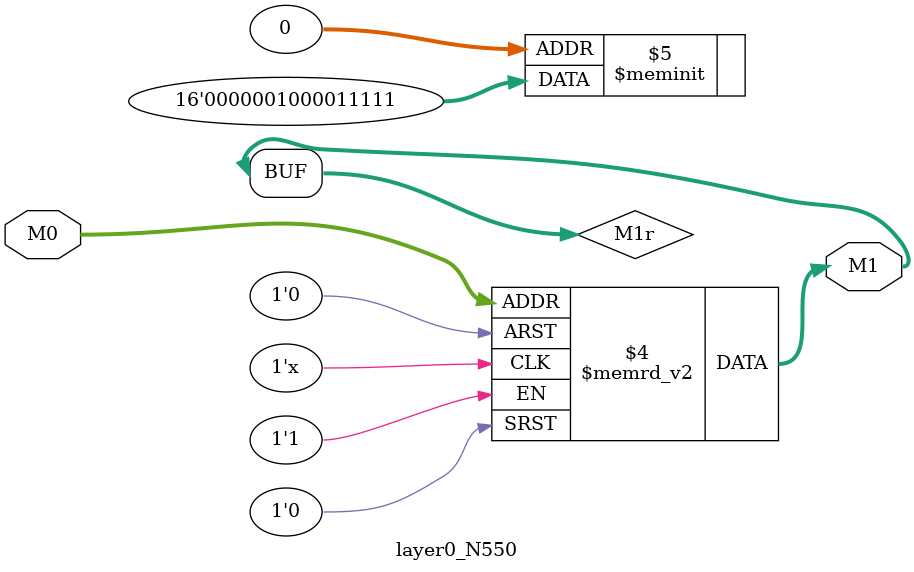
<source format=v>
module layer0_N550 ( input [2:0] M0, output [1:0] M1 );

	(*rom_style = "distributed" *) reg [1:0] M1r;
	assign M1 = M1r;
	always @ (M0) begin
		case (M0)
			3'b000: M1r = 2'b11;
			3'b100: M1r = 2'b10;
			3'b010: M1r = 2'b01;
			3'b110: M1r = 2'b00;
			3'b001: M1r = 2'b11;
			3'b101: M1r = 2'b00;
			3'b011: M1r = 2'b00;
			3'b111: M1r = 2'b00;

		endcase
	end
endmodule

</source>
